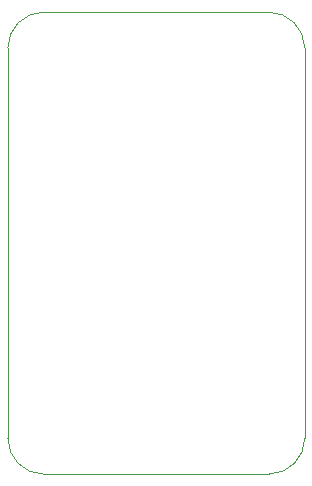
<source format=gbr>
%TF.GenerationSoftware,KiCad,Pcbnew,(5.1.8)-1*%
%TF.CreationDate,2020-12-20T09:07:50+01:00*%
%TF.ProjectId,Traffic Light,54726166-6669-4632-904c-696768742e6b,rev?*%
%TF.SameCoordinates,Original*%
%TF.FileFunction,Profile,NP*%
%FSLAX46Y46*%
G04 Gerber Fmt 4.6, Leading zero omitted, Abs format (unit mm)*
G04 Created by KiCad (PCBNEW (5.1.8)-1) date 2020-12-20 09:07:50*
%MOMM*%
%LPD*%
G01*
G04 APERTURE LIST*
%TA.AperFunction,Profile*%
%ADD10C,0.050000*%
%TD*%
G04 APERTURE END LIST*
D10*
X132842000Y-100330000D02*
X113792000Y-100330000D01*
X135890000Y-64262000D02*
X135890000Y-97282000D01*
X113792000Y-61214000D02*
X132842000Y-61214000D01*
X110744000Y-64262000D02*
X110744000Y-97282000D01*
X132842000Y-61214000D02*
G75*
G02*
X135890000Y-64262000I0J-3048000D01*
G01*
X110744000Y-64262000D02*
G75*
G02*
X113792000Y-61214000I3048000J0D01*
G01*
X135890000Y-97282000D02*
G75*
G02*
X132842000Y-100330000I-3048000J0D01*
G01*
X113792000Y-100330000D02*
G75*
G02*
X110744000Y-97282000I0J3048000D01*
G01*
M02*

</source>
